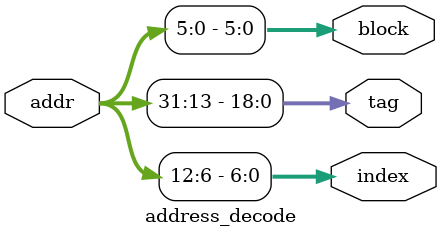
<source format=sv>
module address_decode #(
    parameter ADDR_SIZE = 32,
    parameter BLOCK_SIZE = 6,
    parameter INDEX_SIZE = 7, 
    parameter TAG_SIZE = ADDR_SIZE - BLOCK_SIZE - INDEX_SIZE
) (
    input [ADDR_SIZE-1:0] addr,
    output [INDEX_SIZE-1:0] index,
    output [TAG_SIZE-1:0] tag,
    output [BLOCK_SIZE-1:0] block
);

    assign block = addr[BLOCK_SIZE-1:0];
    assign index = addr[INDEX_SIZE+BLOCK_SIZE-1:BLOCK_SIZE];
    assign tag = addr[ADDR_SIZE-1:INDEX_SIZE+BLOCK_SIZE];
    
endmodule
</source>
